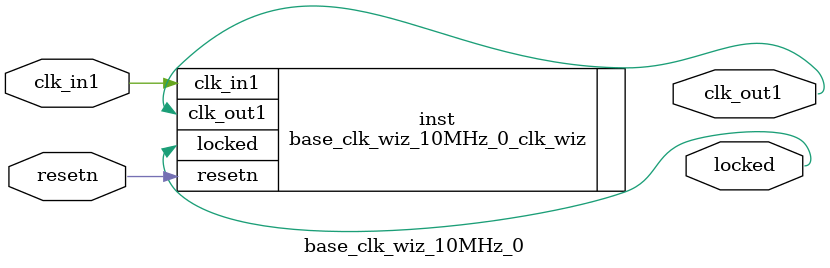
<source format=v>


`timescale 1ps/1ps

(* CORE_GENERATION_INFO = "base_clk_wiz_10MHz_0,clk_wiz_v6_0_3_0_0,{component_name=base_clk_wiz_10MHz_0,use_phase_alignment=true,use_min_o_jitter=false,use_max_i_jitter=false,use_dyn_phase_shift=false,use_inclk_switchover=false,use_dyn_reconfig=false,enable_axi=0,feedback_source=FDBK_AUTO,PRIMITIVE=MMCM,num_out_clk=1,clkin1_period=10.000,clkin2_period=10.000,use_power_down=false,use_reset=true,use_locked=true,use_inclk_stopped=false,feedback_type=SINGLE,CLOCK_MGR_TYPE=NA,manual_override=false}" *)

module base_clk_wiz_10MHz_0 
 (
  // Clock out ports
  output        clk_out1,
  // Status and control signals
  input         resetn,
  output        locked,
 // Clock in ports
  input         clk_in1
 );

  base_clk_wiz_10MHz_0_clk_wiz inst
  (
  // Clock out ports  
  .clk_out1(clk_out1),
  // Status and control signals               
  .resetn(resetn), 
  .locked(locked),
 // Clock in ports
  .clk_in1(clk_in1)
  );

endmodule

</source>
